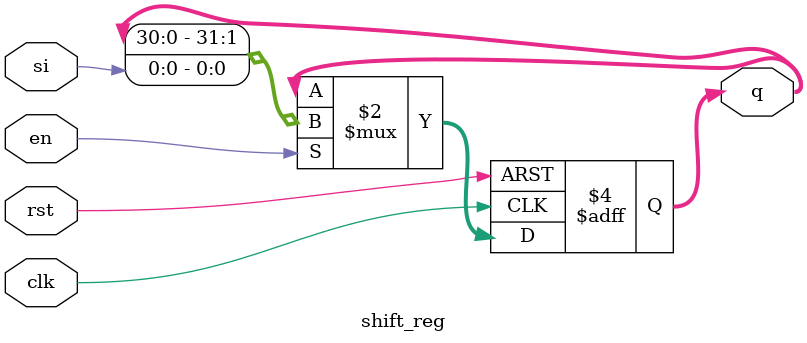
<source format=v>
module shift_reg #(
	parameter BITS=32
)(
	input	rst,
	input	clk,
	input	en,
	input	si,
	output reg	[BITS-1:0] q
);

always @(posedge clk, posedge rst)
begin
	if(rst) begin
		q <= {BITS{1'b0}};
	end
	else if(en) begin
		q <= {q,si};
	end
end

endmodule

</source>
